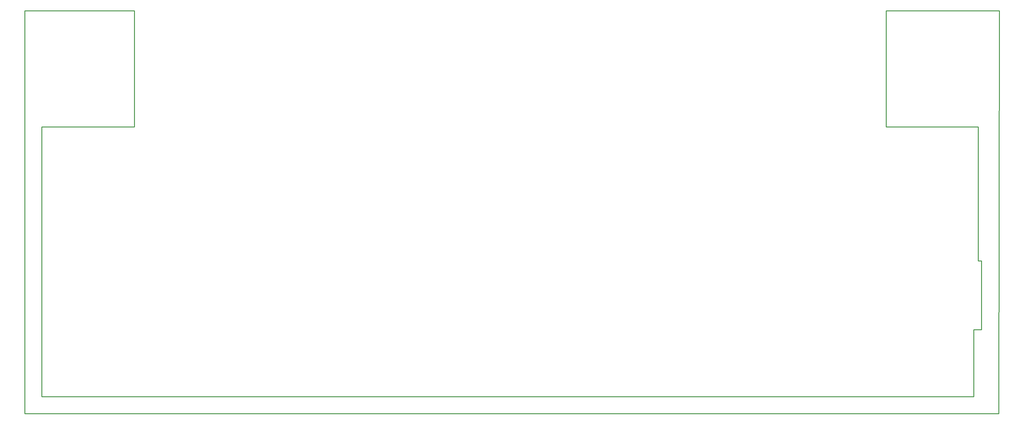
<source format=gko>
G04 Layer: BoardOutlineLayer*
G04 EasyEDA v6.5.34, 2023-08-10 18:14:54*
G04 3053fe92003642a0b7cffc9cf432d2d3,5a6b42c53f6a479593ecc07194224c93,10*
G04 Gerber Generator version 0.2*
G04 Scale: 100 percent, Rotated: No, Reflected: No *
G04 Dimensions in millimeters *
G04 leading zeros omitted , absolute positions ,4 integer and 5 decimal *
%FSLAX45Y45*%
%MOMM*%

%ADD10C,0.2540*%
D10*
X0Y9004300D02*
G01*
X0Y11455400D01*
X3111500Y11455400D01*
X3111500Y8153400D01*
X482600Y8153400D01*
X482600Y482600D01*
X26974800Y482600D01*
X26974800Y2387600D01*
X27190700Y2387600D01*
X27190700Y4343400D01*
X27101800Y4343400D01*
X27101800Y8153400D01*
X24485600Y8153400D01*
X24485600Y11455400D01*
X27698700Y11455400D01*
X27686000Y0D01*
X0Y0D01*
X0Y9004300D01*

%LPD*%
M02*

</source>
